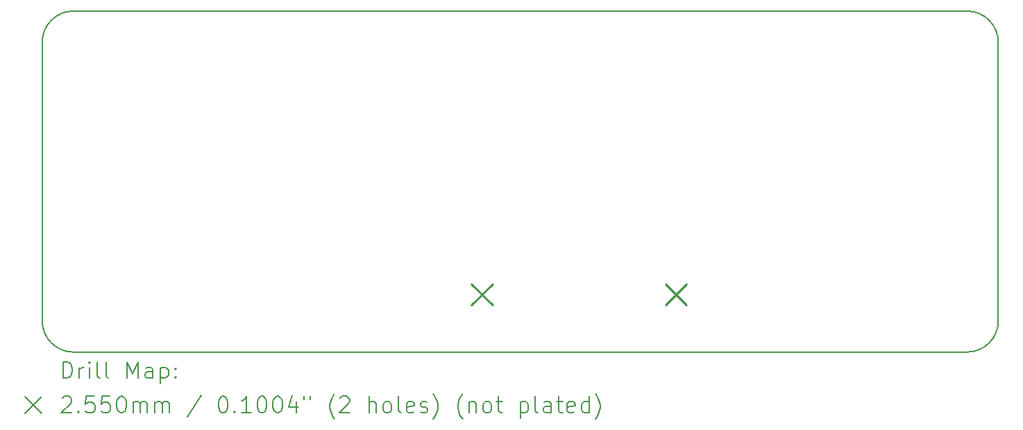
<source format=gbr>
%TF.GenerationSoftware,KiCad,Pcbnew,9.0.7*%
%TF.CreationDate,2026-01-21T09:34:03-05:00*%
%TF.ProjectId,remote_arming,72656d6f-7465-45f6-9172-6d696e672e6b,rev?*%
%TF.SameCoordinates,Original*%
%TF.FileFunction,Drillmap*%
%TF.FilePolarity,Positive*%
%FSLAX45Y45*%
G04 Gerber Fmt 4.5, Leading zero omitted, Abs format (unit mm)*
G04 Created by KiCad (PCBNEW 9.0.7) date 2026-01-21 09:34:03*
%MOMM*%
%LPD*%
G01*
G04 APERTURE LIST*
%ADD10C,0.150000*%
%ADD11C,0.200000*%
%ADD12C,0.255000*%
G04 APERTURE END LIST*
D10*
X9906000Y-7703454D02*
G75*
G02*
X10287000Y-7322454I381000J0D01*
G01*
X21569680Y-7703454D02*
X21569680Y-11097650D01*
X9906000Y-11097650D02*
X9906000Y-7703454D01*
X21188680Y-7322454D02*
G75*
G02*
X21569686Y-7703454I0J-381006D01*
G01*
X10287000Y-7322454D02*
X21188680Y-7322454D01*
X21188680Y-11478650D02*
X10287000Y-11478650D01*
X21569680Y-11097650D02*
G75*
G02*
X21188680Y-11478650I-381000J0D01*
G01*
X10287000Y-11478650D02*
G75*
G02*
X9906000Y-11097650I0J381000D01*
G01*
D11*
D12*
X15144140Y-10649500D02*
X15399140Y-10904500D01*
X15399140Y-10649500D02*
X15144140Y-10904500D01*
X17509140Y-10649500D02*
X17764140Y-10904500D01*
X17764140Y-10649500D02*
X17509140Y-10904500D01*
D11*
X10159277Y-11797634D02*
X10159277Y-11597634D01*
X10159277Y-11597634D02*
X10206896Y-11597634D01*
X10206896Y-11597634D02*
X10235467Y-11607158D01*
X10235467Y-11607158D02*
X10254515Y-11626205D01*
X10254515Y-11626205D02*
X10264039Y-11645253D01*
X10264039Y-11645253D02*
X10273563Y-11683348D01*
X10273563Y-11683348D02*
X10273563Y-11711919D01*
X10273563Y-11711919D02*
X10264039Y-11750015D01*
X10264039Y-11750015D02*
X10254515Y-11769062D01*
X10254515Y-11769062D02*
X10235467Y-11788110D01*
X10235467Y-11788110D02*
X10206896Y-11797634D01*
X10206896Y-11797634D02*
X10159277Y-11797634D01*
X10359277Y-11797634D02*
X10359277Y-11664300D01*
X10359277Y-11702396D02*
X10368801Y-11683348D01*
X10368801Y-11683348D02*
X10378324Y-11673824D01*
X10378324Y-11673824D02*
X10397372Y-11664300D01*
X10397372Y-11664300D02*
X10416420Y-11664300D01*
X10483086Y-11797634D02*
X10483086Y-11664300D01*
X10483086Y-11597634D02*
X10473563Y-11607158D01*
X10473563Y-11607158D02*
X10483086Y-11616681D01*
X10483086Y-11616681D02*
X10492610Y-11607158D01*
X10492610Y-11607158D02*
X10483086Y-11597634D01*
X10483086Y-11597634D02*
X10483086Y-11616681D01*
X10606896Y-11797634D02*
X10587848Y-11788110D01*
X10587848Y-11788110D02*
X10578324Y-11769062D01*
X10578324Y-11769062D02*
X10578324Y-11597634D01*
X10711658Y-11797634D02*
X10692610Y-11788110D01*
X10692610Y-11788110D02*
X10683086Y-11769062D01*
X10683086Y-11769062D02*
X10683086Y-11597634D01*
X10940229Y-11797634D02*
X10940229Y-11597634D01*
X10940229Y-11597634D02*
X11006896Y-11740491D01*
X11006896Y-11740491D02*
X11073563Y-11597634D01*
X11073563Y-11597634D02*
X11073563Y-11797634D01*
X11254515Y-11797634D02*
X11254515Y-11692872D01*
X11254515Y-11692872D02*
X11244991Y-11673824D01*
X11244991Y-11673824D02*
X11225943Y-11664300D01*
X11225943Y-11664300D02*
X11187848Y-11664300D01*
X11187848Y-11664300D02*
X11168801Y-11673824D01*
X11254515Y-11788110D02*
X11235467Y-11797634D01*
X11235467Y-11797634D02*
X11187848Y-11797634D01*
X11187848Y-11797634D02*
X11168801Y-11788110D01*
X11168801Y-11788110D02*
X11159277Y-11769062D01*
X11159277Y-11769062D02*
X11159277Y-11750015D01*
X11159277Y-11750015D02*
X11168801Y-11730967D01*
X11168801Y-11730967D02*
X11187848Y-11721443D01*
X11187848Y-11721443D02*
X11235467Y-11721443D01*
X11235467Y-11721443D02*
X11254515Y-11711919D01*
X11349753Y-11664300D02*
X11349753Y-11864300D01*
X11349753Y-11673824D02*
X11368801Y-11664300D01*
X11368801Y-11664300D02*
X11406896Y-11664300D01*
X11406896Y-11664300D02*
X11425943Y-11673824D01*
X11425943Y-11673824D02*
X11435467Y-11683348D01*
X11435467Y-11683348D02*
X11444991Y-11702396D01*
X11444991Y-11702396D02*
X11444991Y-11759538D01*
X11444991Y-11759538D02*
X11435467Y-11778586D01*
X11435467Y-11778586D02*
X11425943Y-11788110D01*
X11425943Y-11788110D02*
X11406896Y-11797634D01*
X11406896Y-11797634D02*
X11368801Y-11797634D01*
X11368801Y-11797634D02*
X11349753Y-11788110D01*
X11530705Y-11778586D02*
X11540229Y-11788110D01*
X11540229Y-11788110D02*
X11530705Y-11797634D01*
X11530705Y-11797634D02*
X11521182Y-11788110D01*
X11521182Y-11788110D02*
X11530705Y-11778586D01*
X11530705Y-11778586D02*
X11530705Y-11797634D01*
X11530705Y-11673824D02*
X11540229Y-11683348D01*
X11540229Y-11683348D02*
X11530705Y-11692872D01*
X11530705Y-11692872D02*
X11521182Y-11683348D01*
X11521182Y-11683348D02*
X11530705Y-11673824D01*
X11530705Y-11673824D02*
X11530705Y-11692872D01*
X9698500Y-12026150D02*
X9898500Y-12226150D01*
X9898500Y-12026150D02*
X9698500Y-12226150D01*
X10149753Y-12036681D02*
X10159277Y-12027158D01*
X10159277Y-12027158D02*
X10178324Y-12017634D01*
X10178324Y-12017634D02*
X10225944Y-12017634D01*
X10225944Y-12017634D02*
X10244991Y-12027158D01*
X10244991Y-12027158D02*
X10254515Y-12036681D01*
X10254515Y-12036681D02*
X10264039Y-12055729D01*
X10264039Y-12055729D02*
X10264039Y-12074777D01*
X10264039Y-12074777D02*
X10254515Y-12103348D01*
X10254515Y-12103348D02*
X10140229Y-12217634D01*
X10140229Y-12217634D02*
X10264039Y-12217634D01*
X10349753Y-12198586D02*
X10359277Y-12208110D01*
X10359277Y-12208110D02*
X10349753Y-12217634D01*
X10349753Y-12217634D02*
X10340229Y-12208110D01*
X10340229Y-12208110D02*
X10349753Y-12198586D01*
X10349753Y-12198586D02*
X10349753Y-12217634D01*
X10540229Y-12017634D02*
X10444991Y-12017634D01*
X10444991Y-12017634D02*
X10435467Y-12112872D01*
X10435467Y-12112872D02*
X10444991Y-12103348D01*
X10444991Y-12103348D02*
X10464039Y-12093824D01*
X10464039Y-12093824D02*
X10511658Y-12093824D01*
X10511658Y-12093824D02*
X10530705Y-12103348D01*
X10530705Y-12103348D02*
X10540229Y-12112872D01*
X10540229Y-12112872D02*
X10549753Y-12131919D01*
X10549753Y-12131919D02*
X10549753Y-12179538D01*
X10549753Y-12179538D02*
X10540229Y-12198586D01*
X10540229Y-12198586D02*
X10530705Y-12208110D01*
X10530705Y-12208110D02*
X10511658Y-12217634D01*
X10511658Y-12217634D02*
X10464039Y-12217634D01*
X10464039Y-12217634D02*
X10444991Y-12208110D01*
X10444991Y-12208110D02*
X10435467Y-12198586D01*
X10730705Y-12017634D02*
X10635467Y-12017634D01*
X10635467Y-12017634D02*
X10625944Y-12112872D01*
X10625944Y-12112872D02*
X10635467Y-12103348D01*
X10635467Y-12103348D02*
X10654515Y-12093824D01*
X10654515Y-12093824D02*
X10702134Y-12093824D01*
X10702134Y-12093824D02*
X10721182Y-12103348D01*
X10721182Y-12103348D02*
X10730705Y-12112872D01*
X10730705Y-12112872D02*
X10740229Y-12131919D01*
X10740229Y-12131919D02*
X10740229Y-12179538D01*
X10740229Y-12179538D02*
X10730705Y-12198586D01*
X10730705Y-12198586D02*
X10721182Y-12208110D01*
X10721182Y-12208110D02*
X10702134Y-12217634D01*
X10702134Y-12217634D02*
X10654515Y-12217634D01*
X10654515Y-12217634D02*
X10635467Y-12208110D01*
X10635467Y-12208110D02*
X10625944Y-12198586D01*
X10864039Y-12017634D02*
X10883086Y-12017634D01*
X10883086Y-12017634D02*
X10902134Y-12027158D01*
X10902134Y-12027158D02*
X10911658Y-12036681D01*
X10911658Y-12036681D02*
X10921182Y-12055729D01*
X10921182Y-12055729D02*
X10930705Y-12093824D01*
X10930705Y-12093824D02*
X10930705Y-12141443D01*
X10930705Y-12141443D02*
X10921182Y-12179538D01*
X10921182Y-12179538D02*
X10911658Y-12198586D01*
X10911658Y-12198586D02*
X10902134Y-12208110D01*
X10902134Y-12208110D02*
X10883086Y-12217634D01*
X10883086Y-12217634D02*
X10864039Y-12217634D01*
X10864039Y-12217634D02*
X10844991Y-12208110D01*
X10844991Y-12208110D02*
X10835467Y-12198586D01*
X10835467Y-12198586D02*
X10825944Y-12179538D01*
X10825944Y-12179538D02*
X10816420Y-12141443D01*
X10816420Y-12141443D02*
X10816420Y-12093824D01*
X10816420Y-12093824D02*
X10825944Y-12055729D01*
X10825944Y-12055729D02*
X10835467Y-12036681D01*
X10835467Y-12036681D02*
X10844991Y-12027158D01*
X10844991Y-12027158D02*
X10864039Y-12017634D01*
X11016420Y-12217634D02*
X11016420Y-12084300D01*
X11016420Y-12103348D02*
X11025944Y-12093824D01*
X11025944Y-12093824D02*
X11044991Y-12084300D01*
X11044991Y-12084300D02*
X11073563Y-12084300D01*
X11073563Y-12084300D02*
X11092610Y-12093824D01*
X11092610Y-12093824D02*
X11102134Y-12112872D01*
X11102134Y-12112872D02*
X11102134Y-12217634D01*
X11102134Y-12112872D02*
X11111658Y-12093824D01*
X11111658Y-12093824D02*
X11130705Y-12084300D01*
X11130705Y-12084300D02*
X11159277Y-12084300D01*
X11159277Y-12084300D02*
X11178325Y-12093824D01*
X11178325Y-12093824D02*
X11187848Y-12112872D01*
X11187848Y-12112872D02*
X11187848Y-12217634D01*
X11283086Y-12217634D02*
X11283086Y-12084300D01*
X11283086Y-12103348D02*
X11292610Y-12093824D01*
X11292610Y-12093824D02*
X11311658Y-12084300D01*
X11311658Y-12084300D02*
X11340229Y-12084300D01*
X11340229Y-12084300D02*
X11359277Y-12093824D01*
X11359277Y-12093824D02*
X11368801Y-12112872D01*
X11368801Y-12112872D02*
X11368801Y-12217634D01*
X11368801Y-12112872D02*
X11378324Y-12093824D01*
X11378324Y-12093824D02*
X11397372Y-12084300D01*
X11397372Y-12084300D02*
X11425943Y-12084300D01*
X11425943Y-12084300D02*
X11444991Y-12093824D01*
X11444991Y-12093824D02*
X11454515Y-12112872D01*
X11454515Y-12112872D02*
X11454515Y-12217634D01*
X11844991Y-12008110D02*
X11673563Y-12265253D01*
X12102134Y-12017634D02*
X12121182Y-12017634D01*
X12121182Y-12017634D02*
X12140229Y-12027158D01*
X12140229Y-12027158D02*
X12149753Y-12036681D01*
X12149753Y-12036681D02*
X12159277Y-12055729D01*
X12159277Y-12055729D02*
X12168801Y-12093824D01*
X12168801Y-12093824D02*
X12168801Y-12141443D01*
X12168801Y-12141443D02*
X12159277Y-12179538D01*
X12159277Y-12179538D02*
X12149753Y-12198586D01*
X12149753Y-12198586D02*
X12140229Y-12208110D01*
X12140229Y-12208110D02*
X12121182Y-12217634D01*
X12121182Y-12217634D02*
X12102134Y-12217634D01*
X12102134Y-12217634D02*
X12083086Y-12208110D01*
X12083086Y-12208110D02*
X12073563Y-12198586D01*
X12073563Y-12198586D02*
X12064039Y-12179538D01*
X12064039Y-12179538D02*
X12054515Y-12141443D01*
X12054515Y-12141443D02*
X12054515Y-12093824D01*
X12054515Y-12093824D02*
X12064039Y-12055729D01*
X12064039Y-12055729D02*
X12073563Y-12036681D01*
X12073563Y-12036681D02*
X12083086Y-12027158D01*
X12083086Y-12027158D02*
X12102134Y-12017634D01*
X12254515Y-12198586D02*
X12264039Y-12208110D01*
X12264039Y-12208110D02*
X12254515Y-12217634D01*
X12254515Y-12217634D02*
X12244991Y-12208110D01*
X12244991Y-12208110D02*
X12254515Y-12198586D01*
X12254515Y-12198586D02*
X12254515Y-12217634D01*
X12454515Y-12217634D02*
X12340229Y-12217634D01*
X12397372Y-12217634D02*
X12397372Y-12017634D01*
X12397372Y-12017634D02*
X12378325Y-12046205D01*
X12378325Y-12046205D02*
X12359277Y-12065253D01*
X12359277Y-12065253D02*
X12340229Y-12074777D01*
X12578325Y-12017634D02*
X12597372Y-12017634D01*
X12597372Y-12017634D02*
X12616420Y-12027158D01*
X12616420Y-12027158D02*
X12625944Y-12036681D01*
X12625944Y-12036681D02*
X12635467Y-12055729D01*
X12635467Y-12055729D02*
X12644991Y-12093824D01*
X12644991Y-12093824D02*
X12644991Y-12141443D01*
X12644991Y-12141443D02*
X12635467Y-12179538D01*
X12635467Y-12179538D02*
X12625944Y-12198586D01*
X12625944Y-12198586D02*
X12616420Y-12208110D01*
X12616420Y-12208110D02*
X12597372Y-12217634D01*
X12597372Y-12217634D02*
X12578325Y-12217634D01*
X12578325Y-12217634D02*
X12559277Y-12208110D01*
X12559277Y-12208110D02*
X12549753Y-12198586D01*
X12549753Y-12198586D02*
X12540229Y-12179538D01*
X12540229Y-12179538D02*
X12530706Y-12141443D01*
X12530706Y-12141443D02*
X12530706Y-12093824D01*
X12530706Y-12093824D02*
X12540229Y-12055729D01*
X12540229Y-12055729D02*
X12549753Y-12036681D01*
X12549753Y-12036681D02*
X12559277Y-12027158D01*
X12559277Y-12027158D02*
X12578325Y-12017634D01*
X12768801Y-12017634D02*
X12787848Y-12017634D01*
X12787848Y-12017634D02*
X12806896Y-12027158D01*
X12806896Y-12027158D02*
X12816420Y-12036681D01*
X12816420Y-12036681D02*
X12825944Y-12055729D01*
X12825944Y-12055729D02*
X12835467Y-12093824D01*
X12835467Y-12093824D02*
X12835467Y-12141443D01*
X12835467Y-12141443D02*
X12825944Y-12179538D01*
X12825944Y-12179538D02*
X12816420Y-12198586D01*
X12816420Y-12198586D02*
X12806896Y-12208110D01*
X12806896Y-12208110D02*
X12787848Y-12217634D01*
X12787848Y-12217634D02*
X12768801Y-12217634D01*
X12768801Y-12217634D02*
X12749753Y-12208110D01*
X12749753Y-12208110D02*
X12740229Y-12198586D01*
X12740229Y-12198586D02*
X12730706Y-12179538D01*
X12730706Y-12179538D02*
X12721182Y-12141443D01*
X12721182Y-12141443D02*
X12721182Y-12093824D01*
X12721182Y-12093824D02*
X12730706Y-12055729D01*
X12730706Y-12055729D02*
X12740229Y-12036681D01*
X12740229Y-12036681D02*
X12749753Y-12027158D01*
X12749753Y-12027158D02*
X12768801Y-12017634D01*
X13006896Y-12084300D02*
X13006896Y-12217634D01*
X12959277Y-12008110D02*
X12911658Y-12150967D01*
X12911658Y-12150967D02*
X13035467Y-12150967D01*
X13102134Y-12017634D02*
X13102134Y-12055729D01*
X13178325Y-12017634D02*
X13178325Y-12055729D01*
X13473563Y-12293824D02*
X13464039Y-12284300D01*
X13464039Y-12284300D02*
X13444991Y-12255729D01*
X13444991Y-12255729D02*
X13435468Y-12236681D01*
X13435468Y-12236681D02*
X13425944Y-12208110D01*
X13425944Y-12208110D02*
X13416420Y-12160491D01*
X13416420Y-12160491D02*
X13416420Y-12122396D01*
X13416420Y-12122396D02*
X13425944Y-12074777D01*
X13425944Y-12074777D02*
X13435468Y-12046205D01*
X13435468Y-12046205D02*
X13444991Y-12027158D01*
X13444991Y-12027158D02*
X13464039Y-11998586D01*
X13464039Y-11998586D02*
X13473563Y-11989062D01*
X13540229Y-12036681D02*
X13549753Y-12027158D01*
X13549753Y-12027158D02*
X13568801Y-12017634D01*
X13568801Y-12017634D02*
X13616420Y-12017634D01*
X13616420Y-12017634D02*
X13635468Y-12027158D01*
X13635468Y-12027158D02*
X13644991Y-12036681D01*
X13644991Y-12036681D02*
X13654515Y-12055729D01*
X13654515Y-12055729D02*
X13654515Y-12074777D01*
X13654515Y-12074777D02*
X13644991Y-12103348D01*
X13644991Y-12103348D02*
X13530706Y-12217634D01*
X13530706Y-12217634D02*
X13654515Y-12217634D01*
X13892610Y-12217634D02*
X13892610Y-12017634D01*
X13978325Y-12217634D02*
X13978325Y-12112872D01*
X13978325Y-12112872D02*
X13968801Y-12093824D01*
X13968801Y-12093824D02*
X13949753Y-12084300D01*
X13949753Y-12084300D02*
X13921182Y-12084300D01*
X13921182Y-12084300D02*
X13902134Y-12093824D01*
X13902134Y-12093824D02*
X13892610Y-12103348D01*
X14102134Y-12217634D02*
X14083087Y-12208110D01*
X14083087Y-12208110D02*
X14073563Y-12198586D01*
X14073563Y-12198586D02*
X14064039Y-12179538D01*
X14064039Y-12179538D02*
X14064039Y-12122396D01*
X14064039Y-12122396D02*
X14073563Y-12103348D01*
X14073563Y-12103348D02*
X14083087Y-12093824D01*
X14083087Y-12093824D02*
X14102134Y-12084300D01*
X14102134Y-12084300D02*
X14130706Y-12084300D01*
X14130706Y-12084300D02*
X14149753Y-12093824D01*
X14149753Y-12093824D02*
X14159277Y-12103348D01*
X14159277Y-12103348D02*
X14168801Y-12122396D01*
X14168801Y-12122396D02*
X14168801Y-12179538D01*
X14168801Y-12179538D02*
X14159277Y-12198586D01*
X14159277Y-12198586D02*
X14149753Y-12208110D01*
X14149753Y-12208110D02*
X14130706Y-12217634D01*
X14130706Y-12217634D02*
X14102134Y-12217634D01*
X14283087Y-12217634D02*
X14264039Y-12208110D01*
X14264039Y-12208110D02*
X14254515Y-12189062D01*
X14254515Y-12189062D02*
X14254515Y-12017634D01*
X14435468Y-12208110D02*
X14416420Y-12217634D01*
X14416420Y-12217634D02*
X14378325Y-12217634D01*
X14378325Y-12217634D02*
X14359277Y-12208110D01*
X14359277Y-12208110D02*
X14349753Y-12189062D01*
X14349753Y-12189062D02*
X14349753Y-12112872D01*
X14349753Y-12112872D02*
X14359277Y-12093824D01*
X14359277Y-12093824D02*
X14378325Y-12084300D01*
X14378325Y-12084300D02*
X14416420Y-12084300D01*
X14416420Y-12084300D02*
X14435468Y-12093824D01*
X14435468Y-12093824D02*
X14444991Y-12112872D01*
X14444991Y-12112872D02*
X14444991Y-12131919D01*
X14444991Y-12131919D02*
X14349753Y-12150967D01*
X14521182Y-12208110D02*
X14540230Y-12217634D01*
X14540230Y-12217634D02*
X14578325Y-12217634D01*
X14578325Y-12217634D02*
X14597372Y-12208110D01*
X14597372Y-12208110D02*
X14606896Y-12189062D01*
X14606896Y-12189062D02*
X14606896Y-12179538D01*
X14606896Y-12179538D02*
X14597372Y-12160491D01*
X14597372Y-12160491D02*
X14578325Y-12150967D01*
X14578325Y-12150967D02*
X14549753Y-12150967D01*
X14549753Y-12150967D02*
X14530706Y-12141443D01*
X14530706Y-12141443D02*
X14521182Y-12122396D01*
X14521182Y-12122396D02*
X14521182Y-12112872D01*
X14521182Y-12112872D02*
X14530706Y-12093824D01*
X14530706Y-12093824D02*
X14549753Y-12084300D01*
X14549753Y-12084300D02*
X14578325Y-12084300D01*
X14578325Y-12084300D02*
X14597372Y-12093824D01*
X14673563Y-12293824D02*
X14683087Y-12284300D01*
X14683087Y-12284300D02*
X14702134Y-12255729D01*
X14702134Y-12255729D02*
X14711658Y-12236681D01*
X14711658Y-12236681D02*
X14721182Y-12208110D01*
X14721182Y-12208110D02*
X14730706Y-12160491D01*
X14730706Y-12160491D02*
X14730706Y-12122396D01*
X14730706Y-12122396D02*
X14721182Y-12074777D01*
X14721182Y-12074777D02*
X14711658Y-12046205D01*
X14711658Y-12046205D02*
X14702134Y-12027158D01*
X14702134Y-12027158D02*
X14683087Y-11998586D01*
X14683087Y-11998586D02*
X14673563Y-11989062D01*
X15035468Y-12293824D02*
X15025944Y-12284300D01*
X15025944Y-12284300D02*
X15006896Y-12255729D01*
X15006896Y-12255729D02*
X14997372Y-12236681D01*
X14997372Y-12236681D02*
X14987849Y-12208110D01*
X14987849Y-12208110D02*
X14978325Y-12160491D01*
X14978325Y-12160491D02*
X14978325Y-12122396D01*
X14978325Y-12122396D02*
X14987849Y-12074777D01*
X14987849Y-12074777D02*
X14997372Y-12046205D01*
X14997372Y-12046205D02*
X15006896Y-12027158D01*
X15006896Y-12027158D02*
X15025944Y-11998586D01*
X15025944Y-11998586D02*
X15035468Y-11989062D01*
X15111658Y-12084300D02*
X15111658Y-12217634D01*
X15111658Y-12103348D02*
X15121182Y-12093824D01*
X15121182Y-12093824D02*
X15140230Y-12084300D01*
X15140230Y-12084300D02*
X15168801Y-12084300D01*
X15168801Y-12084300D02*
X15187849Y-12093824D01*
X15187849Y-12093824D02*
X15197372Y-12112872D01*
X15197372Y-12112872D02*
X15197372Y-12217634D01*
X15321182Y-12217634D02*
X15302134Y-12208110D01*
X15302134Y-12208110D02*
X15292611Y-12198586D01*
X15292611Y-12198586D02*
X15283087Y-12179538D01*
X15283087Y-12179538D02*
X15283087Y-12122396D01*
X15283087Y-12122396D02*
X15292611Y-12103348D01*
X15292611Y-12103348D02*
X15302134Y-12093824D01*
X15302134Y-12093824D02*
X15321182Y-12084300D01*
X15321182Y-12084300D02*
X15349753Y-12084300D01*
X15349753Y-12084300D02*
X15368801Y-12093824D01*
X15368801Y-12093824D02*
X15378325Y-12103348D01*
X15378325Y-12103348D02*
X15387849Y-12122396D01*
X15387849Y-12122396D02*
X15387849Y-12179538D01*
X15387849Y-12179538D02*
X15378325Y-12198586D01*
X15378325Y-12198586D02*
X15368801Y-12208110D01*
X15368801Y-12208110D02*
X15349753Y-12217634D01*
X15349753Y-12217634D02*
X15321182Y-12217634D01*
X15444992Y-12084300D02*
X15521182Y-12084300D01*
X15473563Y-12017634D02*
X15473563Y-12189062D01*
X15473563Y-12189062D02*
X15483087Y-12208110D01*
X15483087Y-12208110D02*
X15502134Y-12217634D01*
X15502134Y-12217634D02*
X15521182Y-12217634D01*
X15740230Y-12084300D02*
X15740230Y-12284300D01*
X15740230Y-12093824D02*
X15759277Y-12084300D01*
X15759277Y-12084300D02*
X15797373Y-12084300D01*
X15797373Y-12084300D02*
X15816420Y-12093824D01*
X15816420Y-12093824D02*
X15825944Y-12103348D01*
X15825944Y-12103348D02*
X15835468Y-12122396D01*
X15835468Y-12122396D02*
X15835468Y-12179538D01*
X15835468Y-12179538D02*
X15825944Y-12198586D01*
X15825944Y-12198586D02*
X15816420Y-12208110D01*
X15816420Y-12208110D02*
X15797373Y-12217634D01*
X15797373Y-12217634D02*
X15759277Y-12217634D01*
X15759277Y-12217634D02*
X15740230Y-12208110D01*
X15949753Y-12217634D02*
X15930706Y-12208110D01*
X15930706Y-12208110D02*
X15921182Y-12189062D01*
X15921182Y-12189062D02*
X15921182Y-12017634D01*
X16111658Y-12217634D02*
X16111658Y-12112872D01*
X16111658Y-12112872D02*
X16102134Y-12093824D01*
X16102134Y-12093824D02*
X16083087Y-12084300D01*
X16083087Y-12084300D02*
X16044992Y-12084300D01*
X16044992Y-12084300D02*
X16025944Y-12093824D01*
X16111658Y-12208110D02*
X16092611Y-12217634D01*
X16092611Y-12217634D02*
X16044992Y-12217634D01*
X16044992Y-12217634D02*
X16025944Y-12208110D01*
X16025944Y-12208110D02*
X16016420Y-12189062D01*
X16016420Y-12189062D02*
X16016420Y-12170015D01*
X16016420Y-12170015D02*
X16025944Y-12150967D01*
X16025944Y-12150967D02*
X16044992Y-12141443D01*
X16044992Y-12141443D02*
X16092611Y-12141443D01*
X16092611Y-12141443D02*
X16111658Y-12131919D01*
X16178325Y-12084300D02*
X16254515Y-12084300D01*
X16206896Y-12017634D02*
X16206896Y-12189062D01*
X16206896Y-12189062D02*
X16216420Y-12208110D01*
X16216420Y-12208110D02*
X16235468Y-12217634D01*
X16235468Y-12217634D02*
X16254515Y-12217634D01*
X16397373Y-12208110D02*
X16378325Y-12217634D01*
X16378325Y-12217634D02*
X16340230Y-12217634D01*
X16340230Y-12217634D02*
X16321182Y-12208110D01*
X16321182Y-12208110D02*
X16311658Y-12189062D01*
X16311658Y-12189062D02*
X16311658Y-12112872D01*
X16311658Y-12112872D02*
X16321182Y-12093824D01*
X16321182Y-12093824D02*
X16340230Y-12084300D01*
X16340230Y-12084300D02*
X16378325Y-12084300D01*
X16378325Y-12084300D02*
X16397373Y-12093824D01*
X16397373Y-12093824D02*
X16406896Y-12112872D01*
X16406896Y-12112872D02*
X16406896Y-12131919D01*
X16406896Y-12131919D02*
X16311658Y-12150967D01*
X16578325Y-12217634D02*
X16578325Y-12017634D01*
X16578325Y-12208110D02*
X16559277Y-12217634D01*
X16559277Y-12217634D02*
X16521182Y-12217634D01*
X16521182Y-12217634D02*
X16502134Y-12208110D01*
X16502134Y-12208110D02*
X16492611Y-12198586D01*
X16492611Y-12198586D02*
X16483087Y-12179538D01*
X16483087Y-12179538D02*
X16483087Y-12122396D01*
X16483087Y-12122396D02*
X16492611Y-12103348D01*
X16492611Y-12103348D02*
X16502134Y-12093824D01*
X16502134Y-12093824D02*
X16521182Y-12084300D01*
X16521182Y-12084300D02*
X16559277Y-12084300D01*
X16559277Y-12084300D02*
X16578325Y-12093824D01*
X16654515Y-12293824D02*
X16664039Y-12284300D01*
X16664039Y-12284300D02*
X16683087Y-12255729D01*
X16683087Y-12255729D02*
X16692611Y-12236681D01*
X16692611Y-12236681D02*
X16702134Y-12208110D01*
X16702134Y-12208110D02*
X16711658Y-12160491D01*
X16711658Y-12160491D02*
X16711658Y-12122396D01*
X16711658Y-12122396D02*
X16702134Y-12074777D01*
X16702134Y-12074777D02*
X16692611Y-12046205D01*
X16692611Y-12046205D02*
X16683087Y-12027158D01*
X16683087Y-12027158D02*
X16664039Y-11998586D01*
X16664039Y-11998586D02*
X16654515Y-11989062D01*
M02*

</source>
